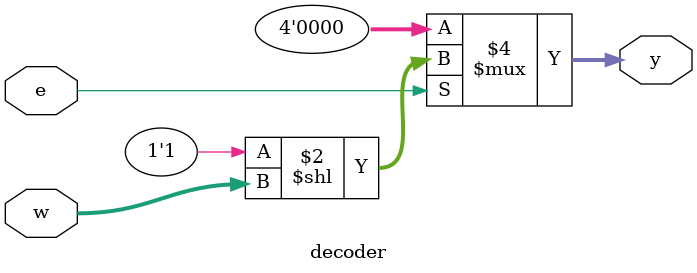
<source format=v>
module decoder (
    w,
    e,
    
    y
);

    //-----------------------
    // Parameters
    //-----------------------
    parameter   N = 2;
    localparam  M = 2**N;
    
    //-----------------------
    // Input Ports
    //-----------------------
    input   [N-1:0] w;  // The inputs
    input           e;  // Enable
    
    //-----------------------
    // Output Ports
    //-----------------------
    output  reg [M-1:0] y;  // The outputs
    
    always @ ( w, e ) begin
        if ( e ) begin
            y = 1'b1 << w; // Shift a '1' into position
        end
        else begin
            y = 0;
        end
    end
endmodule

</source>
